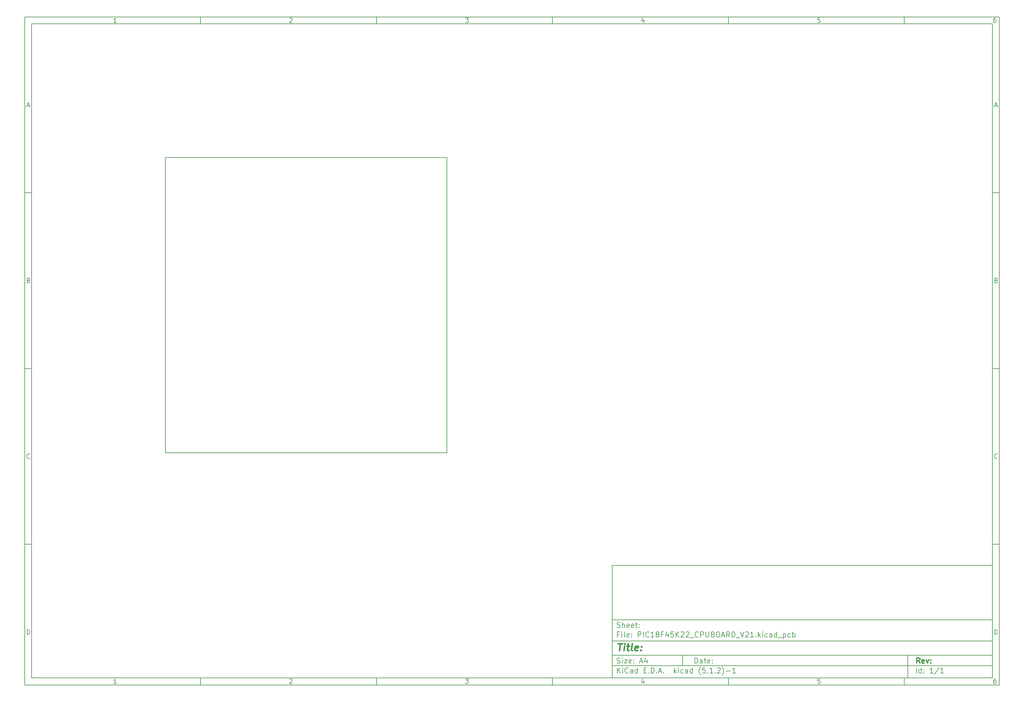
<source format=gm1>
G04 #@! TF.GenerationSoftware,KiCad,Pcbnew,(5.1.2)-1*
G04 #@! TF.CreationDate,2019-04-29T19:23:30+09:00*
G04 #@! TF.ProjectId,PIC18F45K22_CPUBOARD_V21,50494331-3846-4343-954b-32325f435055,rev?*
G04 #@! TF.SameCoordinates,Original*
G04 #@! TF.FileFunction,Profile,NP*
%FSLAX46Y46*%
G04 Gerber Fmt 4.6, Leading zero omitted, Abs format (unit mm)*
G04 Created by KiCad (PCBNEW (5.1.2)-1) date 2019-04-29 19:23:30*
%MOMM*%
%LPD*%
G04 APERTURE LIST*
%ADD10C,0.100000*%
%ADD11C,0.150000*%
%ADD12C,0.300000*%
%ADD13C,0.400000*%
G04 APERTURE END LIST*
D10*
D11*
X177002200Y-166007200D02*
X177002200Y-198007200D01*
X285002200Y-198007200D01*
X285002200Y-166007200D01*
X177002200Y-166007200D01*
D10*
D11*
X10000000Y-10000000D02*
X10000000Y-200007200D01*
X287002200Y-200007200D01*
X287002200Y-10000000D01*
X10000000Y-10000000D01*
D10*
D11*
X12000000Y-12000000D02*
X12000000Y-198007200D01*
X285002200Y-198007200D01*
X285002200Y-12000000D01*
X12000000Y-12000000D01*
D10*
D11*
X60000000Y-12000000D02*
X60000000Y-10000000D01*
D10*
D11*
X110000000Y-12000000D02*
X110000000Y-10000000D01*
D10*
D11*
X160000000Y-12000000D02*
X160000000Y-10000000D01*
D10*
D11*
X210000000Y-12000000D02*
X210000000Y-10000000D01*
D10*
D11*
X260000000Y-12000000D02*
X260000000Y-10000000D01*
D10*
D11*
X36065476Y-11588095D02*
X35322619Y-11588095D01*
X35694047Y-11588095D02*
X35694047Y-10288095D01*
X35570238Y-10473809D01*
X35446428Y-10597619D01*
X35322619Y-10659523D01*
D10*
D11*
X85322619Y-10411904D02*
X85384523Y-10350000D01*
X85508333Y-10288095D01*
X85817857Y-10288095D01*
X85941666Y-10350000D01*
X86003571Y-10411904D01*
X86065476Y-10535714D01*
X86065476Y-10659523D01*
X86003571Y-10845238D01*
X85260714Y-11588095D01*
X86065476Y-11588095D01*
D10*
D11*
X135260714Y-10288095D02*
X136065476Y-10288095D01*
X135632142Y-10783333D01*
X135817857Y-10783333D01*
X135941666Y-10845238D01*
X136003571Y-10907142D01*
X136065476Y-11030952D01*
X136065476Y-11340476D01*
X136003571Y-11464285D01*
X135941666Y-11526190D01*
X135817857Y-11588095D01*
X135446428Y-11588095D01*
X135322619Y-11526190D01*
X135260714Y-11464285D01*
D10*
D11*
X185941666Y-10721428D02*
X185941666Y-11588095D01*
X185632142Y-10226190D02*
X185322619Y-11154761D01*
X186127380Y-11154761D01*
D10*
D11*
X236003571Y-10288095D02*
X235384523Y-10288095D01*
X235322619Y-10907142D01*
X235384523Y-10845238D01*
X235508333Y-10783333D01*
X235817857Y-10783333D01*
X235941666Y-10845238D01*
X236003571Y-10907142D01*
X236065476Y-11030952D01*
X236065476Y-11340476D01*
X236003571Y-11464285D01*
X235941666Y-11526190D01*
X235817857Y-11588095D01*
X235508333Y-11588095D01*
X235384523Y-11526190D01*
X235322619Y-11464285D01*
D10*
D11*
X285941666Y-10288095D02*
X285694047Y-10288095D01*
X285570238Y-10350000D01*
X285508333Y-10411904D01*
X285384523Y-10597619D01*
X285322619Y-10845238D01*
X285322619Y-11340476D01*
X285384523Y-11464285D01*
X285446428Y-11526190D01*
X285570238Y-11588095D01*
X285817857Y-11588095D01*
X285941666Y-11526190D01*
X286003571Y-11464285D01*
X286065476Y-11340476D01*
X286065476Y-11030952D01*
X286003571Y-10907142D01*
X285941666Y-10845238D01*
X285817857Y-10783333D01*
X285570238Y-10783333D01*
X285446428Y-10845238D01*
X285384523Y-10907142D01*
X285322619Y-11030952D01*
D10*
D11*
X60000000Y-198007200D02*
X60000000Y-200007200D01*
D10*
D11*
X110000000Y-198007200D02*
X110000000Y-200007200D01*
D10*
D11*
X160000000Y-198007200D02*
X160000000Y-200007200D01*
D10*
D11*
X210000000Y-198007200D02*
X210000000Y-200007200D01*
D10*
D11*
X260000000Y-198007200D02*
X260000000Y-200007200D01*
D10*
D11*
X36065476Y-199595295D02*
X35322619Y-199595295D01*
X35694047Y-199595295D02*
X35694047Y-198295295D01*
X35570238Y-198481009D01*
X35446428Y-198604819D01*
X35322619Y-198666723D01*
D10*
D11*
X85322619Y-198419104D02*
X85384523Y-198357200D01*
X85508333Y-198295295D01*
X85817857Y-198295295D01*
X85941666Y-198357200D01*
X86003571Y-198419104D01*
X86065476Y-198542914D01*
X86065476Y-198666723D01*
X86003571Y-198852438D01*
X85260714Y-199595295D01*
X86065476Y-199595295D01*
D10*
D11*
X135260714Y-198295295D02*
X136065476Y-198295295D01*
X135632142Y-198790533D01*
X135817857Y-198790533D01*
X135941666Y-198852438D01*
X136003571Y-198914342D01*
X136065476Y-199038152D01*
X136065476Y-199347676D01*
X136003571Y-199471485D01*
X135941666Y-199533390D01*
X135817857Y-199595295D01*
X135446428Y-199595295D01*
X135322619Y-199533390D01*
X135260714Y-199471485D01*
D10*
D11*
X185941666Y-198728628D02*
X185941666Y-199595295D01*
X185632142Y-198233390D02*
X185322619Y-199161961D01*
X186127380Y-199161961D01*
D10*
D11*
X236003571Y-198295295D02*
X235384523Y-198295295D01*
X235322619Y-198914342D01*
X235384523Y-198852438D01*
X235508333Y-198790533D01*
X235817857Y-198790533D01*
X235941666Y-198852438D01*
X236003571Y-198914342D01*
X236065476Y-199038152D01*
X236065476Y-199347676D01*
X236003571Y-199471485D01*
X235941666Y-199533390D01*
X235817857Y-199595295D01*
X235508333Y-199595295D01*
X235384523Y-199533390D01*
X235322619Y-199471485D01*
D10*
D11*
X285941666Y-198295295D02*
X285694047Y-198295295D01*
X285570238Y-198357200D01*
X285508333Y-198419104D01*
X285384523Y-198604819D01*
X285322619Y-198852438D01*
X285322619Y-199347676D01*
X285384523Y-199471485D01*
X285446428Y-199533390D01*
X285570238Y-199595295D01*
X285817857Y-199595295D01*
X285941666Y-199533390D01*
X286003571Y-199471485D01*
X286065476Y-199347676D01*
X286065476Y-199038152D01*
X286003571Y-198914342D01*
X285941666Y-198852438D01*
X285817857Y-198790533D01*
X285570238Y-198790533D01*
X285446428Y-198852438D01*
X285384523Y-198914342D01*
X285322619Y-199038152D01*
D10*
D11*
X10000000Y-60000000D02*
X12000000Y-60000000D01*
D10*
D11*
X10000000Y-110000000D02*
X12000000Y-110000000D01*
D10*
D11*
X10000000Y-160000000D02*
X12000000Y-160000000D01*
D10*
D11*
X10690476Y-35216666D02*
X11309523Y-35216666D01*
X10566666Y-35588095D02*
X11000000Y-34288095D01*
X11433333Y-35588095D01*
D10*
D11*
X11092857Y-84907142D02*
X11278571Y-84969047D01*
X11340476Y-85030952D01*
X11402380Y-85154761D01*
X11402380Y-85340476D01*
X11340476Y-85464285D01*
X11278571Y-85526190D01*
X11154761Y-85588095D01*
X10659523Y-85588095D01*
X10659523Y-84288095D01*
X11092857Y-84288095D01*
X11216666Y-84350000D01*
X11278571Y-84411904D01*
X11340476Y-84535714D01*
X11340476Y-84659523D01*
X11278571Y-84783333D01*
X11216666Y-84845238D01*
X11092857Y-84907142D01*
X10659523Y-84907142D01*
D10*
D11*
X11402380Y-135464285D02*
X11340476Y-135526190D01*
X11154761Y-135588095D01*
X11030952Y-135588095D01*
X10845238Y-135526190D01*
X10721428Y-135402380D01*
X10659523Y-135278571D01*
X10597619Y-135030952D01*
X10597619Y-134845238D01*
X10659523Y-134597619D01*
X10721428Y-134473809D01*
X10845238Y-134350000D01*
X11030952Y-134288095D01*
X11154761Y-134288095D01*
X11340476Y-134350000D01*
X11402380Y-134411904D01*
D10*
D11*
X10659523Y-185588095D02*
X10659523Y-184288095D01*
X10969047Y-184288095D01*
X11154761Y-184350000D01*
X11278571Y-184473809D01*
X11340476Y-184597619D01*
X11402380Y-184845238D01*
X11402380Y-185030952D01*
X11340476Y-185278571D01*
X11278571Y-185402380D01*
X11154761Y-185526190D01*
X10969047Y-185588095D01*
X10659523Y-185588095D01*
D10*
D11*
X287002200Y-60000000D02*
X285002200Y-60000000D01*
D10*
D11*
X287002200Y-110000000D02*
X285002200Y-110000000D01*
D10*
D11*
X287002200Y-160000000D02*
X285002200Y-160000000D01*
D10*
D11*
X285692676Y-35216666D02*
X286311723Y-35216666D01*
X285568866Y-35588095D02*
X286002200Y-34288095D01*
X286435533Y-35588095D01*
D10*
D11*
X286095057Y-84907142D02*
X286280771Y-84969047D01*
X286342676Y-85030952D01*
X286404580Y-85154761D01*
X286404580Y-85340476D01*
X286342676Y-85464285D01*
X286280771Y-85526190D01*
X286156961Y-85588095D01*
X285661723Y-85588095D01*
X285661723Y-84288095D01*
X286095057Y-84288095D01*
X286218866Y-84350000D01*
X286280771Y-84411904D01*
X286342676Y-84535714D01*
X286342676Y-84659523D01*
X286280771Y-84783333D01*
X286218866Y-84845238D01*
X286095057Y-84907142D01*
X285661723Y-84907142D01*
D10*
D11*
X286404580Y-135464285D02*
X286342676Y-135526190D01*
X286156961Y-135588095D01*
X286033152Y-135588095D01*
X285847438Y-135526190D01*
X285723628Y-135402380D01*
X285661723Y-135278571D01*
X285599819Y-135030952D01*
X285599819Y-134845238D01*
X285661723Y-134597619D01*
X285723628Y-134473809D01*
X285847438Y-134350000D01*
X286033152Y-134288095D01*
X286156961Y-134288095D01*
X286342676Y-134350000D01*
X286404580Y-134411904D01*
D10*
D11*
X285661723Y-185588095D02*
X285661723Y-184288095D01*
X285971247Y-184288095D01*
X286156961Y-184350000D01*
X286280771Y-184473809D01*
X286342676Y-184597619D01*
X286404580Y-184845238D01*
X286404580Y-185030952D01*
X286342676Y-185278571D01*
X286280771Y-185402380D01*
X286156961Y-185526190D01*
X285971247Y-185588095D01*
X285661723Y-185588095D01*
D10*
D11*
X200434342Y-193785771D02*
X200434342Y-192285771D01*
X200791485Y-192285771D01*
X201005771Y-192357200D01*
X201148628Y-192500057D01*
X201220057Y-192642914D01*
X201291485Y-192928628D01*
X201291485Y-193142914D01*
X201220057Y-193428628D01*
X201148628Y-193571485D01*
X201005771Y-193714342D01*
X200791485Y-193785771D01*
X200434342Y-193785771D01*
X202577200Y-193785771D02*
X202577200Y-193000057D01*
X202505771Y-192857200D01*
X202362914Y-192785771D01*
X202077200Y-192785771D01*
X201934342Y-192857200D01*
X202577200Y-193714342D02*
X202434342Y-193785771D01*
X202077200Y-193785771D01*
X201934342Y-193714342D01*
X201862914Y-193571485D01*
X201862914Y-193428628D01*
X201934342Y-193285771D01*
X202077200Y-193214342D01*
X202434342Y-193214342D01*
X202577200Y-193142914D01*
X203077200Y-192785771D02*
X203648628Y-192785771D01*
X203291485Y-192285771D02*
X203291485Y-193571485D01*
X203362914Y-193714342D01*
X203505771Y-193785771D01*
X203648628Y-193785771D01*
X204720057Y-193714342D02*
X204577200Y-193785771D01*
X204291485Y-193785771D01*
X204148628Y-193714342D01*
X204077200Y-193571485D01*
X204077200Y-193000057D01*
X204148628Y-192857200D01*
X204291485Y-192785771D01*
X204577200Y-192785771D01*
X204720057Y-192857200D01*
X204791485Y-193000057D01*
X204791485Y-193142914D01*
X204077200Y-193285771D01*
X205434342Y-193642914D02*
X205505771Y-193714342D01*
X205434342Y-193785771D01*
X205362914Y-193714342D01*
X205434342Y-193642914D01*
X205434342Y-193785771D01*
X205434342Y-192857200D02*
X205505771Y-192928628D01*
X205434342Y-193000057D01*
X205362914Y-192928628D01*
X205434342Y-192857200D01*
X205434342Y-193000057D01*
D10*
D11*
X177002200Y-194507200D02*
X285002200Y-194507200D01*
D10*
D11*
X178434342Y-196585771D02*
X178434342Y-195085771D01*
X179291485Y-196585771D02*
X178648628Y-195728628D01*
X179291485Y-195085771D02*
X178434342Y-195942914D01*
X179934342Y-196585771D02*
X179934342Y-195585771D01*
X179934342Y-195085771D02*
X179862914Y-195157200D01*
X179934342Y-195228628D01*
X180005771Y-195157200D01*
X179934342Y-195085771D01*
X179934342Y-195228628D01*
X181505771Y-196442914D02*
X181434342Y-196514342D01*
X181220057Y-196585771D01*
X181077200Y-196585771D01*
X180862914Y-196514342D01*
X180720057Y-196371485D01*
X180648628Y-196228628D01*
X180577200Y-195942914D01*
X180577200Y-195728628D01*
X180648628Y-195442914D01*
X180720057Y-195300057D01*
X180862914Y-195157200D01*
X181077200Y-195085771D01*
X181220057Y-195085771D01*
X181434342Y-195157200D01*
X181505771Y-195228628D01*
X182791485Y-196585771D02*
X182791485Y-195800057D01*
X182720057Y-195657200D01*
X182577200Y-195585771D01*
X182291485Y-195585771D01*
X182148628Y-195657200D01*
X182791485Y-196514342D02*
X182648628Y-196585771D01*
X182291485Y-196585771D01*
X182148628Y-196514342D01*
X182077200Y-196371485D01*
X182077200Y-196228628D01*
X182148628Y-196085771D01*
X182291485Y-196014342D01*
X182648628Y-196014342D01*
X182791485Y-195942914D01*
X184148628Y-196585771D02*
X184148628Y-195085771D01*
X184148628Y-196514342D02*
X184005771Y-196585771D01*
X183720057Y-196585771D01*
X183577200Y-196514342D01*
X183505771Y-196442914D01*
X183434342Y-196300057D01*
X183434342Y-195871485D01*
X183505771Y-195728628D01*
X183577200Y-195657200D01*
X183720057Y-195585771D01*
X184005771Y-195585771D01*
X184148628Y-195657200D01*
X186005771Y-195800057D02*
X186505771Y-195800057D01*
X186720057Y-196585771D02*
X186005771Y-196585771D01*
X186005771Y-195085771D01*
X186720057Y-195085771D01*
X187362914Y-196442914D02*
X187434342Y-196514342D01*
X187362914Y-196585771D01*
X187291485Y-196514342D01*
X187362914Y-196442914D01*
X187362914Y-196585771D01*
X188077200Y-196585771D02*
X188077200Y-195085771D01*
X188434342Y-195085771D01*
X188648628Y-195157200D01*
X188791485Y-195300057D01*
X188862914Y-195442914D01*
X188934342Y-195728628D01*
X188934342Y-195942914D01*
X188862914Y-196228628D01*
X188791485Y-196371485D01*
X188648628Y-196514342D01*
X188434342Y-196585771D01*
X188077200Y-196585771D01*
X189577200Y-196442914D02*
X189648628Y-196514342D01*
X189577200Y-196585771D01*
X189505771Y-196514342D01*
X189577200Y-196442914D01*
X189577200Y-196585771D01*
X190220057Y-196157200D02*
X190934342Y-196157200D01*
X190077200Y-196585771D02*
X190577200Y-195085771D01*
X191077200Y-196585771D01*
X191577200Y-196442914D02*
X191648628Y-196514342D01*
X191577200Y-196585771D01*
X191505771Y-196514342D01*
X191577200Y-196442914D01*
X191577200Y-196585771D01*
X194577200Y-196585771D02*
X194577200Y-195085771D01*
X194720057Y-196014342D02*
X195148628Y-196585771D01*
X195148628Y-195585771D02*
X194577200Y-196157200D01*
X195791485Y-196585771D02*
X195791485Y-195585771D01*
X195791485Y-195085771D02*
X195720057Y-195157200D01*
X195791485Y-195228628D01*
X195862914Y-195157200D01*
X195791485Y-195085771D01*
X195791485Y-195228628D01*
X197148628Y-196514342D02*
X197005771Y-196585771D01*
X196720057Y-196585771D01*
X196577200Y-196514342D01*
X196505771Y-196442914D01*
X196434342Y-196300057D01*
X196434342Y-195871485D01*
X196505771Y-195728628D01*
X196577200Y-195657200D01*
X196720057Y-195585771D01*
X197005771Y-195585771D01*
X197148628Y-195657200D01*
X198434342Y-196585771D02*
X198434342Y-195800057D01*
X198362914Y-195657200D01*
X198220057Y-195585771D01*
X197934342Y-195585771D01*
X197791485Y-195657200D01*
X198434342Y-196514342D02*
X198291485Y-196585771D01*
X197934342Y-196585771D01*
X197791485Y-196514342D01*
X197720057Y-196371485D01*
X197720057Y-196228628D01*
X197791485Y-196085771D01*
X197934342Y-196014342D01*
X198291485Y-196014342D01*
X198434342Y-195942914D01*
X199791485Y-196585771D02*
X199791485Y-195085771D01*
X199791485Y-196514342D02*
X199648628Y-196585771D01*
X199362914Y-196585771D01*
X199220057Y-196514342D01*
X199148628Y-196442914D01*
X199077200Y-196300057D01*
X199077200Y-195871485D01*
X199148628Y-195728628D01*
X199220057Y-195657200D01*
X199362914Y-195585771D01*
X199648628Y-195585771D01*
X199791485Y-195657200D01*
X202077200Y-197157200D02*
X202005771Y-197085771D01*
X201862914Y-196871485D01*
X201791485Y-196728628D01*
X201720057Y-196514342D01*
X201648628Y-196157200D01*
X201648628Y-195871485D01*
X201720057Y-195514342D01*
X201791485Y-195300057D01*
X201862914Y-195157200D01*
X202005771Y-194942914D01*
X202077200Y-194871485D01*
X203362914Y-195085771D02*
X202648628Y-195085771D01*
X202577200Y-195800057D01*
X202648628Y-195728628D01*
X202791485Y-195657200D01*
X203148628Y-195657200D01*
X203291485Y-195728628D01*
X203362914Y-195800057D01*
X203434342Y-195942914D01*
X203434342Y-196300057D01*
X203362914Y-196442914D01*
X203291485Y-196514342D01*
X203148628Y-196585771D01*
X202791485Y-196585771D01*
X202648628Y-196514342D01*
X202577200Y-196442914D01*
X204077200Y-196442914D02*
X204148628Y-196514342D01*
X204077200Y-196585771D01*
X204005771Y-196514342D01*
X204077200Y-196442914D01*
X204077200Y-196585771D01*
X205577200Y-196585771D02*
X204720057Y-196585771D01*
X205148628Y-196585771D02*
X205148628Y-195085771D01*
X205005771Y-195300057D01*
X204862914Y-195442914D01*
X204720057Y-195514342D01*
X206220057Y-196442914D02*
X206291485Y-196514342D01*
X206220057Y-196585771D01*
X206148628Y-196514342D01*
X206220057Y-196442914D01*
X206220057Y-196585771D01*
X206862914Y-195228628D02*
X206934342Y-195157200D01*
X207077200Y-195085771D01*
X207434342Y-195085771D01*
X207577200Y-195157200D01*
X207648628Y-195228628D01*
X207720057Y-195371485D01*
X207720057Y-195514342D01*
X207648628Y-195728628D01*
X206791485Y-196585771D01*
X207720057Y-196585771D01*
X208220057Y-197157200D02*
X208291485Y-197085771D01*
X208434342Y-196871485D01*
X208505771Y-196728628D01*
X208577200Y-196514342D01*
X208648628Y-196157200D01*
X208648628Y-195871485D01*
X208577200Y-195514342D01*
X208505771Y-195300057D01*
X208434342Y-195157200D01*
X208291485Y-194942914D01*
X208220057Y-194871485D01*
X209362914Y-196014342D02*
X210505771Y-196014342D01*
X212005771Y-196585771D02*
X211148628Y-196585771D01*
X211577200Y-196585771D02*
X211577200Y-195085771D01*
X211434342Y-195300057D01*
X211291485Y-195442914D01*
X211148628Y-195514342D01*
D10*
D11*
X177002200Y-191507200D02*
X285002200Y-191507200D01*
D10*
D12*
X264411485Y-193785771D02*
X263911485Y-193071485D01*
X263554342Y-193785771D02*
X263554342Y-192285771D01*
X264125771Y-192285771D01*
X264268628Y-192357200D01*
X264340057Y-192428628D01*
X264411485Y-192571485D01*
X264411485Y-192785771D01*
X264340057Y-192928628D01*
X264268628Y-193000057D01*
X264125771Y-193071485D01*
X263554342Y-193071485D01*
X265625771Y-193714342D02*
X265482914Y-193785771D01*
X265197200Y-193785771D01*
X265054342Y-193714342D01*
X264982914Y-193571485D01*
X264982914Y-193000057D01*
X265054342Y-192857200D01*
X265197200Y-192785771D01*
X265482914Y-192785771D01*
X265625771Y-192857200D01*
X265697200Y-193000057D01*
X265697200Y-193142914D01*
X264982914Y-193285771D01*
X266197200Y-192785771D02*
X266554342Y-193785771D01*
X266911485Y-192785771D01*
X267482914Y-193642914D02*
X267554342Y-193714342D01*
X267482914Y-193785771D01*
X267411485Y-193714342D01*
X267482914Y-193642914D01*
X267482914Y-193785771D01*
X267482914Y-192857200D02*
X267554342Y-192928628D01*
X267482914Y-193000057D01*
X267411485Y-192928628D01*
X267482914Y-192857200D01*
X267482914Y-193000057D01*
D10*
D11*
X178362914Y-193714342D02*
X178577200Y-193785771D01*
X178934342Y-193785771D01*
X179077200Y-193714342D01*
X179148628Y-193642914D01*
X179220057Y-193500057D01*
X179220057Y-193357200D01*
X179148628Y-193214342D01*
X179077200Y-193142914D01*
X178934342Y-193071485D01*
X178648628Y-193000057D01*
X178505771Y-192928628D01*
X178434342Y-192857200D01*
X178362914Y-192714342D01*
X178362914Y-192571485D01*
X178434342Y-192428628D01*
X178505771Y-192357200D01*
X178648628Y-192285771D01*
X179005771Y-192285771D01*
X179220057Y-192357200D01*
X179862914Y-193785771D02*
X179862914Y-192785771D01*
X179862914Y-192285771D02*
X179791485Y-192357200D01*
X179862914Y-192428628D01*
X179934342Y-192357200D01*
X179862914Y-192285771D01*
X179862914Y-192428628D01*
X180434342Y-192785771D02*
X181220057Y-192785771D01*
X180434342Y-193785771D01*
X181220057Y-193785771D01*
X182362914Y-193714342D02*
X182220057Y-193785771D01*
X181934342Y-193785771D01*
X181791485Y-193714342D01*
X181720057Y-193571485D01*
X181720057Y-193000057D01*
X181791485Y-192857200D01*
X181934342Y-192785771D01*
X182220057Y-192785771D01*
X182362914Y-192857200D01*
X182434342Y-193000057D01*
X182434342Y-193142914D01*
X181720057Y-193285771D01*
X183077200Y-193642914D02*
X183148628Y-193714342D01*
X183077200Y-193785771D01*
X183005771Y-193714342D01*
X183077200Y-193642914D01*
X183077200Y-193785771D01*
X183077200Y-192857200D02*
X183148628Y-192928628D01*
X183077200Y-193000057D01*
X183005771Y-192928628D01*
X183077200Y-192857200D01*
X183077200Y-193000057D01*
X184862914Y-193357200D02*
X185577200Y-193357200D01*
X184720057Y-193785771D02*
X185220057Y-192285771D01*
X185720057Y-193785771D01*
X186862914Y-192785771D02*
X186862914Y-193785771D01*
X186505771Y-192214342D02*
X186148628Y-193285771D01*
X187077200Y-193285771D01*
D10*
D11*
X263434342Y-196585771D02*
X263434342Y-195085771D01*
X264791485Y-196585771D02*
X264791485Y-195085771D01*
X264791485Y-196514342D02*
X264648628Y-196585771D01*
X264362914Y-196585771D01*
X264220057Y-196514342D01*
X264148628Y-196442914D01*
X264077200Y-196300057D01*
X264077200Y-195871485D01*
X264148628Y-195728628D01*
X264220057Y-195657200D01*
X264362914Y-195585771D01*
X264648628Y-195585771D01*
X264791485Y-195657200D01*
X265505771Y-196442914D02*
X265577200Y-196514342D01*
X265505771Y-196585771D01*
X265434342Y-196514342D01*
X265505771Y-196442914D01*
X265505771Y-196585771D01*
X265505771Y-195657200D02*
X265577200Y-195728628D01*
X265505771Y-195800057D01*
X265434342Y-195728628D01*
X265505771Y-195657200D01*
X265505771Y-195800057D01*
X268148628Y-196585771D02*
X267291485Y-196585771D01*
X267720057Y-196585771D02*
X267720057Y-195085771D01*
X267577200Y-195300057D01*
X267434342Y-195442914D01*
X267291485Y-195514342D01*
X269862914Y-195014342D02*
X268577200Y-196942914D01*
X271148628Y-196585771D02*
X270291485Y-196585771D01*
X270720057Y-196585771D02*
X270720057Y-195085771D01*
X270577200Y-195300057D01*
X270434342Y-195442914D01*
X270291485Y-195514342D01*
D10*
D11*
X177002200Y-187507200D02*
X285002200Y-187507200D01*
D10*
D13*
X178714580Y-188211961D02*
X179857438Y-188211961D01*
X179036009Y-190211961D02*
X179286009Y-188211961D01*
X180274104Y-190211961D02*
X180440771Y-188878628D01*
X180524104Y-188211961D02*
X180416961Y-188307200D01*
X180500295Y-188402438D01*
X180607438Y-188307200D01*
X180524104Y-188211961D01*
X180500295Y-188402438D01*
X181107438Y-188878628D02*
X181869342Y-188878628D01*
X181476485Y-188211961D02*
X181262200Y-189926247D01*
X181333628Y-190116723D01*
X181512200Y-190211961D01*
X181702676Y-190211961D01*
X182655057Y-190211961D02*
X182476485Y-190116723D01*
X182405057Y-189926247D01*
X182619342Y-188211961D01*
X184190771Y-190116723D02*
X183988390Y-190211961D01*
X183607438Y-190211961D01*
X183428866Y-190116723D01*
X183357438Y-189926247D01*
X183452676Y-189164342D01*
X183571723Y-188973866D01*
X183774104Y-188878628D01*
X184155057Y-188878628D01*
X184333628Y-188973866D01*
X184405057Y-189164342D01*
X184381247Y-189354819D01*
X183405057Y-189545295D01*
X185155057Y-190021485D02*
X185238390Y-190116723D01*
X185131247Y-190211961D01*
X185047914Y-190116723D01*
X185155057Y-190021485D01*
X185131247Y-190211961D01*
X185286009Y-188973866D02*
X185369342Y-189069104D01*
X185262200Y-189164342D01*
X185178866Y-189069104D01*
X185286009Y-188973866D01*
X185262200Y-189164342D01*
D10*
D11*
X178934342Y-185600057D02*
X178434342Y-185600057D01*
X178434342Y-186385771D02*
X178434342Y-184885771D01*
X179148628Y-184885771D01*
X179720057Y-186385771D02*
X179720057Y-185385771D01*
X179720057Y-184885771D02*
X179648628Y-184957200D01*
X179720057Y-185028628D01*
X179791485Y-184957200D01*
X179720057Y-184885771D01*
X179720057Y-185028628D01*
X180648628Y-186385771D02*
X180505771Y-186314342D01*
X180434342Y-186171485D01*
X180434342Y-184885771D01*
X181791485Y-186314342D02*
X181648628Y-186385771D01*
X181362914Y-186385771D01*
X181220057Y-186314342D01*
X181148628Y-186171485D01*
X181148628Y-185600057D01*
X181220057Y-185457200D01*
X181362914Y-185385771D01*
X181648628Y-185385771D01*
X181791485Y-185457200D01*
X181862914Y-185600057D01*
X181862914Y-185742914D01*
X181148628Y-185885771D01*
X182505771Y-186242914D02*
X182577200Y-186314342D01*
X182505771Y-186385771D01*
X182434342Y-186314342D01*
X182505771Y-186242914D01*
X182505771Y-186385771D01*
X182505771Y-185457200D02*
X182577200Y-185528628D01*
X182505771Y-185600057D01*
X182434342Y-185528628D01*
X182505771Y-185457200D01*
X182505771Y-185600057D01*
X184362914Y-186385771D02*
X184362914Y-184885771D01*
X184934342Y-184885771D01*
X185077200Y-184957200D01*
X185148628Y-185028628D01*
X185220057Y-185171485D01*
X185220057Y-185385771D01*
X185148628Y-185528628D01*
X185077200Y-185600057D01*
X184934342Y-185671485D01*
X184362914Y-185671485D01*
X185862914Y-186385771D02*
X185862914Y-184885771D01*
X187434342Y-186242914D02*
X187362914Y-186314342D01*
X187148628Y-186385771D01*
X187005771Y-186385771D01*
X186791485Y-186314342D01*
X186648628Y-186171485D01*
X186577200Y-186028628D01*
X186505771Y-185742914D01*
X186505771Y-185528628D01*
X186577200Y-185242914D01*
X186648628Y-185100057D01*
X186791485Y-184957200D01*
X187005771Y-184885771D01*
X187148628Y-184885771D01*
X187362914Y-184957200D01*
X187434342Y-185028628D01*
X188862914Y-186385771D02*
X188005771Y-186385771D01*
X188434342Y-186385771D02*
X188434342Y-184885771D01*
X188291485Y-185100057D01*
X188148628Y-185242914D01*
X188005771Y-185314342D01*
X189720057Y-185528628D02*
X189577200Y-185457200D01*
X189505771Y-185385771D01*
X189434342Y-185242914D01*
X189434342Y-185171485D01*
X189505771Y-185028628D01*
X189577200Y-184957200D01*
X189720057Y-184885771D01*
X190005771Y-184885771D01*
X190148628Y-184957200D01*
X190220057Y-185028628D01*
X190291485Y-185171485D01*
X190291485Y-185242914D01*
X190220057Y-185385771D01*
X190148628Y-185457200D01*
X190005771Y-185528628D01*
X189720057Y-185528628D01*
X189577200Y-185600057D01*
X189505771Y-185671485D01*
X189434342Y-185814342D01*
X189434342Y-186100057D01*
X189505771Y-186242914D01*
X189577200Y-186314342D01*
X189720057Y-186385771D01*
X190005771Y-186385771D01*
X190148628Y-186314342D01*
X190220057Y-186242914D01*
X190291485Y-186100057D01*
X190291485Y-185814342D01*
X190220057Y-185671485D01*
X190148628Y-185600057D01*
X190005771Y-185528628D01*
X191434342Y-185600057D02*
X190934342Y-185600057D01*
X190934342Y-186385771D02*
X190934342Y-184885771D01*
X191648628Y-184885771D01*
X192862914Y-185385771D02*
X192862914Y-186385771D01*
X192505771Y-184814342D02*
X192148628Y-185885771D01*
X193077200Y-185885771D01*
X194362914Y-184885771D02*
X193648628Y-184885771D01*
X193577200Y-185600057D01*
X193648628Y-185528628D01*
X193791485Y-185457200D01*
X194148628Y-185457200D01*
X194291485Y-185528628D01*
X194362914Y-185600057D01*
X194434342Y-185742914D01*
X194434342Y-186100057D01*
X194362914Y-186242914D01*
X194291485Y-186314342D01*
X194148628Y-186385771D01*
X193791485Y-186385771D01*
X193648628Y-186314342D01*
X193577200Y-186242914D01*
X195077200Y-186385771D02*
X195077200Y-184885771D01*
X195934342Y-186385771D02*
X195291485Y-185528628D01*
X195934342Y-184885771D02*
X195077200Y-185742914D01*
X196505771Y-185028628D02*
X196577200Y-184957200D01*
X196720057Y-184885771D01*
X197077200Y-184885771D01*
X197220057Y-184957200D01*
X197291485Y-185028628D01*
X197362914Y-185171485D01*
X197362914Y-185314342D01*
X197291485Y-185528628D01*
X196434342Y-186385771D01*
X197362914Y-186385771D01*
X197934342Y-185028628D02*
X198005771Y-184957200D01*
X198148628Y-184885771D01*
X198505771Y-184885771D01*
X198648628Y-184957200D01*
X198720057Y-185028628D01*
X198791485Y-185171485D01*
X198791485Y-185314342D01*
X198720057Y-185528628D01*
X197862914Y-186385771D01*
X198791485Y-186385771D01*
X199077200Y-186528628D02*
X200220057Y-186528628D01*
X201434342Y-186242914D02*
X201362914Y-186314342D01*
X201148628Y-186385771D01*
X201005771Y-186385771D01*
X200791485Y-186314342D01*
X200648628Y-186171485D01*
X200577200Y-186028628D01*
X200505771Y-185742914D01*
X200505771Y-185528628D01*
X200577200Y-185242914D01*
X200648628Y-185100057D01*
X200791485Y-184957200D01*
X201005771Y-184885771D01*
X201148628Y-184885771D01*
X201362914Y-184957200D01*
X201434342Y-185028628D01*
X202077200Y-186385771D02*
X202077200Y-184885771D01*
X202648628Y-184885771D01*
X202791485Y-184957200D01*
X202862914Y-185028628D01*
X202934342Y-185171485D01*
X202934342Y-185385771D01*
X202862914Y-185528628D01*
X202791485Y-185600057D01*
X202648628Y-185671485D01*
X202077200Y-185671485D01*
X203577200Y-184885771D02*
X203577200Y-186100057D01*
X203648628Y-186242914D01*
X203720057Y-186314342D01*
X203862914Y-186385771D01*
X204148628Y-186385771D01*
X204291485Y-186314342D01*
X204362914Y-186242914D01*
X204434342Y-186100057D01*
X204434342Y-184885771D01*
X205648628Y-185600057D02*
X205862914Y-185671485D01*
X205934342Y-185742914D01*
X206005771Y-185885771D01*
X206005771Y-186100057D01*
X205934342Y-186242914D01*
X205862914Y-186314342D01*
X205720057Y-186385771D01*
X205148628Y-186385771D01*
X205148628Y-184885771D01*
X205648628Y-184885771D01*
X205791485Y-184957200D01*
X205862914Y-185028628D01*
X205934342Y-185171485D01*
X205934342Y-185314342D01*
X205862914Y-185457200D01*
X205791485Y-185528628D01*
X205648628Y-185600057D01*
X205148628Y-185600057D01*
X206934342Y-184885771D02*
X207220057Y-184885771D01*
X207362914Y-184957200D01*
X207505771Y-185100057D01*
X207577200Y-185385771D01*
X207577200Y-185885771D01*
X207505771Y-186171485D01*
X207362914Y-186314342D01*
X207220057Y-186385771D01*
X206934342Y-186385771D01*
X206791485Y-186314342D01*
X206648628Y-186171485D01*
X206577200Y-185885771D01*
X206577200Y-185385771D01*
X206648628Y-185100057D01*
X206791485Y-184957200D01*
X206934342Y-184885771D01*
X208148628Y-185957200D02*
X208862914Y-185957200D01*
X208005771Y-186385771D02*
X208505771Y-184885771D01*
X209005771Y-186385771D01*
X210362914Y-186385771D02*
X209862914Y-185671485D01*
X209505771Y-186385771D02*
X209505771Y-184885771D01*
X210077200Y-184885771D01*
X210220057Y-184957200D01*
X210291485Y-185028628D01*
X210362914Y-185171485D01*
X210362914Y-185385771D01*
X210291485Y-185528628D01*
X210220057Y-185600057D01*
X210077200Y-185671485D01*
X209505771Y-185671485D01*
X211005771Y-186385771D02*
X211005771Y-184885771D01*
X211362914Y-184885771D01*
X211577200Y-184957200D01*
X211720057Y-185100057D01*
X211791485Y-185242914D01*
X211862914Y-185528628D01*
X211862914Y-185742914D01*
X211791485Y-186028628D01*
X211720057Y-186171485D01*
X211577200Y-186314342D01*
X211362914Y-186385771D01*
X211005771Y-186385771D01*
X212148628Y-186528628D02*
X213291485Y-186528628D01*
X213434342Y-184885771D02*
X213934342Y-186385771D01*
X214434342Y-184885771D01*
X214862914Y-185028628D02*
X214934342Y-184957200D01*
X215077200Y-184885771D01*
X215434342Y-184885771D01*
X215577200Y-184957200D01*
X215648628Y-185028628D01*
X215720057Y-185171485D01*
X215720057Y-185314342D01*
X215648628Y-185528628D01*
X214791485Y-186385771D01*
X215720057Y-186385771D01*
X217148628Y-186385771D02*
X216291485Y-186385771D01*
X216720057Y-186385771D02*
X216720057Y-184885771D01*
X216577200Y-185100057D01*
X216434342Y-185242914D01*
X216291485Y-185314342D01*
X217791485Y-186242914D02*
X217862914Y-186314342D01*
X217791485Y-186385771D01*
X217720057Y-186314342D01*
X217791485Y-186242914D01*
X217791485Y-186385771D01*
X218505771Y-186385771D02*
X218505771Y-184885771D01*
X218648628Y-185814342D02*
X219077200Y-186385771D01*
X219077200Y-185385771D02*
X218505771Y-185957200D01*
X219720057Y-186385771D02*
X219720057Y-185385771D01*
X219720057Y-184885771D02*
X219648628Y-184957200D01*
X219720057Y-185028628D01*
X219791485Y-184957200D01*
X219720057Y-184885771D01*
X219720057Y-185028628D01*
X221077200Y-186314342D02*
X220934342Y-186385771D01*
X220648628Y-186385771D01*
X220505771Y-186314342D01*
X220434342Y-186242914D01*
X220362914Y-186100057D01*
X220362914Y-185671485D01*
X220434342Y-185528628D01*
X220505771Y-185457200D01*
X220648628Y-185385771D01*
X220934342Y-185385771D01*
X221077200Y-185457200D01*
X222362914Y-186385771D02*
X222362914Y-185600057D01*
X222291485Y-185457200D01*
X222148628Y-185385771D01*
X221862914Y-185385771D01*
X221720057Y-185457200D01*
X222362914Y-186314342D02*
X222220057Y-186385771D01*
X221862914Y-186385771D01*
X221720057Y-186314342D01*
X221648628Y-186171485D01*
X221648628Y-186028628D01*
X221720057Y-185885771D01*
X221862914Y-185814342D01*
X222220057Y-185814342D01*
X222362914Y-185742914D01*
X223720057Y-186385771D02*
X223720057Y-184885771D01*
X223720057Y-186314342D02*
X223577200Y-186385771D01*
X223291485Y-186385771D01*
X223148628Y-186314342D01*
X223077200Y-186242914D01*
X223005771Y-186100057D01*
X223005771Y-185671485D01*
X223077200Y-185528628D01*
X223148628Y-185457200D01*
X223291485Y-185385771D01*
X223577200Y-185385771D01*
X223720057Y-185457200D01*
X224077200Y-186528628D02*
X225220057Y-186528628D01*
X225577200Y-185385771D02*
X225577200Y-186885771D01*
X225577200Y-185457200D02*
X225720057Y-185385771D01*
X226005771Y-185385771D01*
X226148628Y-185457200D01*
X226220057Y-185528628D01*
X226291485Y-185671485D01*
X226291485Y-186100057D01*
X226220057Y-186242914D01*
X226148628Y-186314342D01*
X226005771Y-186385771D01*
X225720057Y-186385771D01*
X225577200Y-186314342D01*
X227577200Y-186314342D02*
X227434342Y-186385771D01*
X227148628Y-186385771D01*
X227005771Y-186314342D01*
X226934342Y-186242914D01*
X226862914Y-186100057D01*
X226862914Y-185671485D01*
X226934342Y-185528628D01*
X227005771Y-185457200D01*
X227148628Y-185385771D01*
X227434342Y-185385771D01*
X227577200Y-185457200D01*
X228220057Y-186385771D02*
X228220057Y-184885771D01*
X228220057Y-185457200D02*
X228362914Y-185385771D01*
X228648628Y-185385771D01*
X228791485Y-185457200D01*
X228862914Y-185528628D01*
X228934342Y-185671485D01*
X228934342Y-186100057D01*
X228862914Y-186242914D01*
X228791485Y-186314342D01*
X228648628Y-186385771D01*
X228362914Y-186385771D01*
X228220057Y-186314342D01*
D10*
D11*
X177002200Y-181507200D02*
X285002200Y-181507200D01*
D10*
D11*
X178362914Y-183614342D02*
X178577200Y-183685771D01*
X178934342Y-183685771D01*
X179077200Y-183614342D01*
X179148628Y-183542914D01*
X179220057Y-183400057D01*
X179220057Y-183257200D01*
X179148628Y-183114342D01*
X179077200Y-183042914D01*
X178934342Y-182971485D01*
X178648628Y-182900057D01*
X178505771Y-182828628D01*
X178434342Y-182757200D01*
X178362914Y-182614342D01*
X178362914Y-182471485D01*
X178434342Y-182328628D01*
X178505771Y-182257200D01*
X178648628Y-182185771D01*
X179005771Y-182185771D01*
X179220057Y-182257200D01*
X179862914Y-183685771D02*
X179862914Y-182185771D01*
X180505771Y-183685771D02*
X180505771Y-182900057D01*
X180434342Y-182757200D01*
X180291485Y-182685771D01*
X180077200Y-182685771D01*
X179934342Y-182757200D01*
X179862914Y-182828628D01*
X181791485Y-183614342D02*
X181648628Y-183685771D01*
X181362914Y-183685771D01*
X181220057Y-183614342D01*
X181148628Y-183471485D01*
X181148628Y-182900057D01*
X181220057Y-182757200D01*
X181362914Y-182685771D01*
X181648628Y-182685771D01*
X181791485Y-182757200D01*
X181862914Y-182900057D01*
X181862914Y-183042914D01*
X181148628Y-183185771D01*
X183077200Y-183614342D02*
X182934342Y-183685771D01*
X182648628Y-183685771D01*
X182505771Y-183614342D01*
X182434342Y-183471485D01*
X182434342Y-182900057D01*
X182505771Y-182757200D01*
X182648628Y-182685771D01*
X182934342Y-182685771D01*
X183077200Y-182757200D01*
X183148628Y-182900057D01*
X183148628Y-183042914D01*
X182434342Y-183185771D01*
X183577200Y-182685771D02*
X184148628Y-182685771D01*
X183791485Y-182185771D02*
X183791485Y-183471485D01*
X183862914Y-183614342D01*
X184005771Y-183685771D01*
X184148628Y-183685771D01*
X184648628Y-183542914D02*
X184720057Y-183614342D01*
X184648628Y-183685771D01*
X184577200Y-183614342D01*
X184648628Y-183542914D01*
X184648628Y-183685771D01*
X184648628Y-182757200D02*
X184720057Y-182828628D01*
X184648628Y-182900057D01*
X184577200Y-182828628D01*
X184648628Y-182757200D01*
X184648628Y-182900057D01*
D10*
D11*
X197002200Y-191507200D02*
X197002200Y-194507200D01*
D10*
D11*
X261002200Y-191507200D02*
X261002200Y-198007200D01*
X130000000Y-50000000D02*
X50000000Y-50000000D01*
X130000000Y-134000000D02*
X130000000Y-50000000D01*
X50000000Y-134000000D02*
X130000000Y-134000000D01*
X50000000Y-50000000D02*
X50000000Y-134000000D01*
M02*

</source>
